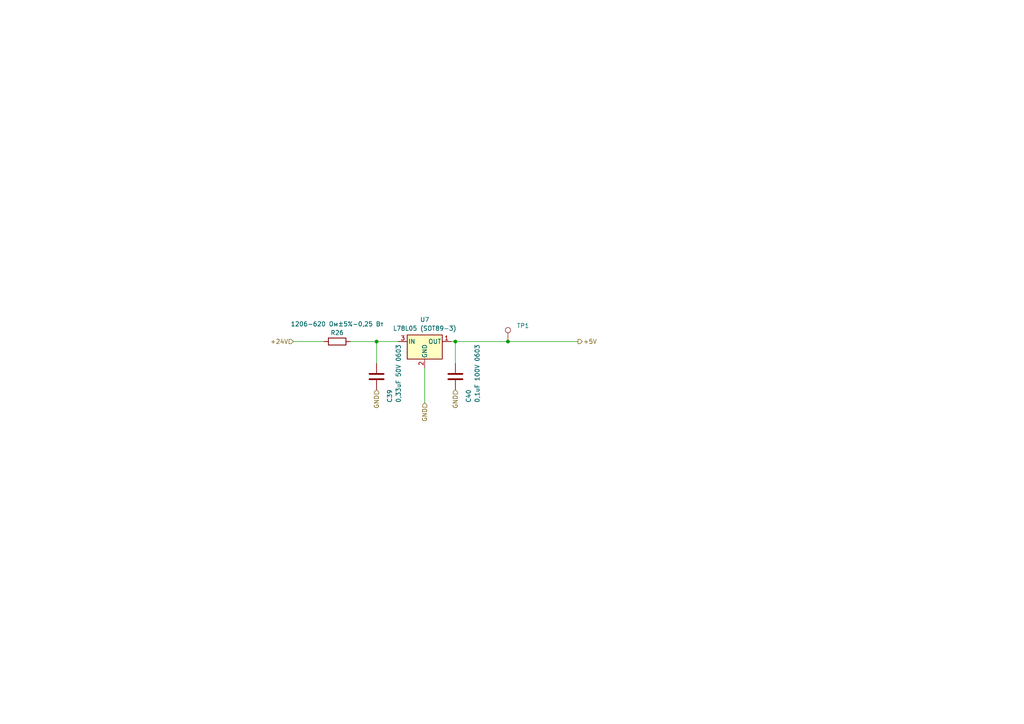
<source format=kicad_sch>
(kicad_sch (version 20230121) (generator eeschema)
  (paper "A4")
  (lib_symbols
    (symbol "Connector:TestPoint" (pin_numbers hide) (pin_names (offset 0.762) hide)
      (property "Reference" "TP" (at 0 6.858 0))
      (property "Value" "TestPoint" (at 0 5.08 0))
      (symbol "TestPoint_0_1"
        (circle (center 0 3.302) (radius 0.762))
      )
      (symbol "TestPoint_1_1"
        (pin passive line (at 0 0 90) (length 2.54) (name "1") (number "1"))
      )
    )
    (symbol "Device:C" (pin_numbers hide) (pin_names (offset 0.254))
      (property "Reference" "C" (at 0.635 2.54 0))
      (property "Value" "C" (at 0.635 -2.54 0))
      (symbol "C_0_1"
        (polyline (pts (xy -2.032 -0.762) (xy 2.032 -0.762)) (stroke (width 0.508)))
        (polyline (pts (xy -2.032 0.762) (xy 2.032 0.762)) (stroke (width 0.508)))
      )
      (symbol "C_1_1"
        (pin passive line (at 0 3.81 270) (length 2.794) (name "~") (number "1"))
        (pin passive line (at 0 -3.81 90) (length 2.794) (name "~") (number "2"))
      )
    )
    (symbol "Device:R" (pin_numbers hide) (pin_names (offset 0))
      (property "Reference" "R" (at 2.032 0 90))
      (property "Value" "R" (at 0 0 90))
      (symbol "R_0_1"
        (rectangle (start -1.016 -2.54) (end 1.016 2.54) (stroke (width 0.254)))
      )
      (symbol "R_1_1"
        (pin passive line (at 0 3.81 270) (length 1.27) (name "~") (number "1"))
        (pin passive line (at 0 -3.81 90) (length 1.27) (name "~") (number "2"))
      )
    )
    (symbol "Regulator_Linear:L78L05_SOT89" (pin_names (offset 0.254))
      (property "Reference" "U" (at -3.81 3.175 0))
      (property "Value" "L78L05_SOT89" (at -0.635 3.175 0))
      (symbol "L78L05_SOT89_0_1"
        (rectangle (start -5.08 1.905) (end 5.08 -5.08) (stroke (width 0.254)) (fill (type background)))
      )
      (symbol "L78L05_SOT89_1_1"
        (pin power_out line (at 7.62 0 180) (length 2.54) (name "OUT") (number "1"))
        (pin power_in line (at 0 -7.62 90) (length 2.54) (name "GND") (number "2"))
        (pin power_in line (at -7.62 0 0) (length 2.54) (name "IN") (number "3"))
      )
    )
  )
  (junction (at 109.22 99.06))
  (junction (at 132.08 99.06))
  (junction (at 147.32 99.06))
  (wire (pts (xy 147.32 99.06) (xy 167.64 99.06)))
  (wire (pts (xy 109.22 99.06) (xy 109.22 105.41)))
  (wire (pts (xy 85.09 99.06) (xy 93.98 99.06)))
  (wire (pts (xy 115.57 99.06) (xy 109.22 99.06)))
  (wire (pts (xy 132.08 105.41) (xy 132.08 99.06)))
  (wire (pts (xy 123.19 116.84) (xy 123.19 106.68)))
  (wire (pts (xy 130.81 99.06) (xy 132.08 99.06)))
  (wire (pts (xy 132.08 99.06) (xy 147.32 99.06)))
  (wire (pts (xy 109.22 99.06) (xy 101.6 99.06)))
  (hierarchical_label "GND" (shape input) (at 109.22 113.03 270))
  (hierarchical_label "+24V" (shape input) (at 85.09 99.06 180))
  (hierarchical_label "GND" (shape input) (at 132.08 113.03 270))
  (hierarchical_label "GND" (shape input) (at 123.19 116.84 270))
  (hierarchical_label "+5V" (shape output) (at 167.64 99.06 0))
  (symbol (lib_id "Device:R") (at 97.79 99.06 270) (unit 1)
    (property "Reference" "R26" (at 97.79 96.52 90))
    (property "Value" "1206-620 Ом±5%-0,25 Вт" (at 97.79 93.98 90))
    (property "Footprint" "PCM_Resistor_SMD_AKL:R_1206_3216Metric_Pad1.42x1.75mm_HandSolder" (effects hide))
    (instances (project "dc_motor_board" (path "" (reference "R26") (unit 1)) (path "" (reference "R34") (unit 1))))
  )
  (symbol (lib_id "Regulator_Linear:L78L05_SOT89") (at 123.19 99.06 0) (unit 1)
    (property "Reference" "U7" (at 123.19 92.71 0))
    (property "Value" "L78L05 (SOT89-3)" (at 123.19 95.25 0))
    (property "Footprint" "Package_TO_SOT_SMD:SOT-89-3" (effects hide))
    (property "Datasheet" "http://www.st.com/content/ccc/resource/technical/document/datasheet/15/55/e5/aa/23/5b/43/fd/CD00000446.pdf/files/CD00000446.pdf/jcr:content/translations/en.CD00000446.pdf" (effects hide))
  )
  (symbol (lib_id "Connector:TestPoint") (at 147.32 99.06 0) (unit 1) (in_bom no)
    (property "Reference" "TP1" (at 149.86 94.488 0) (effects (justify left)))
    (property "Value" "TestPoint" (effects hide))
    (property "Footprint" "PCM_4ms_TestPoint:TestPoint_D1" (effects hide))
  )
  (symbol (lib_id "Device:C") (at 109.22 109.22 0) (unit 1)
    (property "Reference" "C39" (at 113.03 116.84 90) (effects (justify left)))
    (property "Value" "0,33uF 50V 0603" (at 115.57 116.84 90) (effects (justify left)))
    (property "Footprint" "Capacitor_SMD:C_0603_1608Metric_Pad1.08x0.95mm_HandSolder" (effects hide))
  )
  (symbol (lib_id "Device:C") (at 132.08 109.22 0) (unit 1)
    (property "Reference" "C40" (at 135.89 116.84 90) (effects (justify left)))
    (property "Value" "0,1uF 100V 0603" (at 138.43 116.84 90) (effects (justify left)))
    (property "Footprint" "Capacitor_SMD:C_0603_1608Metric" (effects hide))
  )
)
</source>
